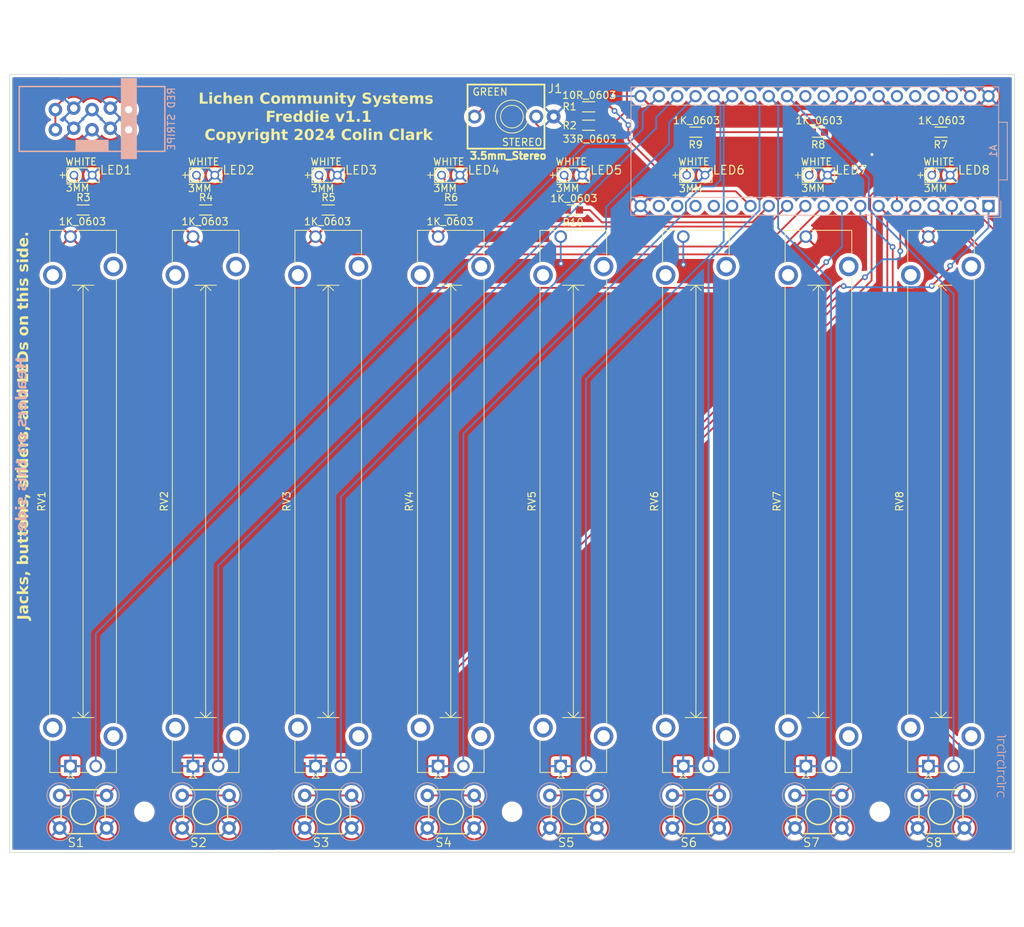
<source format=kicad_pcb>
(kicad_pcb (version 20221018) (generator pcbnew)
  (title_block (title "Lichen Freddie") (date "2024-02-07") (rev "1.0") (company "Lichen Community Systems"))
  (layers (0 "F.Cu" signal) (31 "B.Cu" signal) (34 "B.Paste" user) (35 "F.Paste" user) (36 "B.SilkS" user "B.Silkscreen") (37 "F.SilkS" user "F.Silkscreen") (38 "B.Mask" user) (39 "F.Mask" user) (44 "Edge.Cuts" user))
  (net 0 "")
  (net 1 "BUTTON_GPIO_1")
  (net 2 "BUTTON_GPIO_2")
  (net 3 "BUTTON_GPIO_3")
  (net 4 "BUTTON_GPIO_4")
  (net 5 "BUTTON_GPIO_5")
  (net 6 "BUTTON_GPIO_6")
  (net 7 "BUTTON_GPIO_7")
  (net 8 "BUTTON_GPIO_8")
  (net 9 "LED_GPIO_1")
  (net 10 "LED_GPIO_2")
  (net 11 "LED_GPIO_3")
  (net 12 "LED_GPIO_4")
  (net 13 "LED_GPIO_5")
  (net 14 "USART_TX")
  (net 20 "GND")
  (net 21 "+3.3VA")
  (net 22 "Net-(A1-ADC_0)")
  (net 23 "Net-(A1-ADC_1)")
  (net 24 "Net-(A1-ADC_2)")
  (net 25 "Net-(A1-ADC_3)")
  (net 26 "Net-(A1-ADC_4)")
  (net 27 "Net-(A1-ADC_5)")
  (net 28 "Net-(A1-ADC_6)")
  (net 29 "Net-(A1-DAC_OUT2)")
  (net 32 "LED_GPIO_6")
  (net 33 "LED_GPIO_7")
  (net 34 "LED_GPIO_8")
  (net 38 "Net-(A1-3V3_D)")
  (net 39 "+12V")
  (net 40 "Net-(J1-SIG)")
  (net 41 "Net-(J1-SW)")
  (net 42 "unconnected-(J2--12V-Pad1)")
  (net 43 "Net-(LED1-PadA)")
  (net 44 "Net-(LED2-PadA)")
  (net 45 "Net-(LED3-PadA)")
  (net 46 "Net-(LED4-PadA)")
  (net 47 "Net-(LED5-PadA)")
  (net 48 "Net-(LED6-PadA)")
  (net 49 "Net-(LED7-PadA)")
  (net 50 "Net-(LED8-PadA)")
  (footprint "PCM_4ms_Resistor:R_0603" (layer "F.Cu") (at 181.57 117.3)
    (fp_text reference "R2")
    (fp_text value "33R_0603")
  )
  (footprint "MountingHole:MountingHole_2.2mm_M2" (layer "F.Cu") (at 170.95 212.577)
    (fp_text reference "MH2" hide)
    (fp_text value "MountingHole_2.2mm_M2" hide)
  )
  (footprint "lichen-faderbank:Potentiometer_Bourns_PTA6043_Single_Slide_Centered" (layer "F.Cu") (at 179.45 169.508 90)
    (fp_text reference "RV5")
    (fp_text value "R_Potentiometer")
  )
  (footprint "lichen-faderbank:Potentiometer_Bourns_PTA6043_Single_Slide_Centered" (layer "F.Cu") (at 196.45 169.508 90)
    (fp_text reference "RV6")
    (fp_text value "R_Potentiometer")
  )
  (footprint "ES_Daisy_Patch_SM_FB_Rev1:LED" (layer "F.Cu") (at 128.45 124.234)
    (fp_text reference "LED2")
    (fp_text value "LED" hide)
  )
  (footprint "ES_Daisy_Patch_SM_FB_Rev1:TL1105SPF250Q_SILK" (layer "F.Cu") (at 162.45 212.577)
    (fp_text reference "S4")
    (fp_text value "TAC_SWITCH_PTH" hide)
  )
  (footprint "ES_Daisy_Patch_SM_FB_Rev1:TL1105SPF250Q_SILK" (layer "F.Cu") (at 213.45 212.577)
    (fp_text reference "S7")
    (fp_text value "TAC_SWITCH_PTH" hide)
  )
  (footprint "lichen-faderbank:Potentiometer_Bourns_PTA6043_Single_Slide_Centered" (layer "F.Cu") (at 128.45 169.508 90)
    (fp_text reference "RV2")
    (fp_text value "R_Potentiometer")
  )
  (footprint "lichen-faderbank:Potentiometer_Bourns_PTA6043_Single_Slide_Centered" (layer "F.Cu") (at 145.45 169.508 90)
    (fp_text reference "RV3")
    (fp_text value "R_Potentiometer")
  )
  (footprint "ES_Daisy_Patch_SM_FB_Rev1:TL1105SPF250Q_SILK" (layer "F.Cu") (at 111.45 212.577)
    (fp_text reference "S1")
    (fp_text value "TAC_SWITCH_PTH" hide)
  )
  (footprint "ES_Daisy_Patch_SM_FB_Rev1:TL1105SPF250Q_SILK" (layer "F.Cu") (at 179.45 212.577)
    (fp_text reference "S5")
    (fp_text value "TAC_SWITCH_PTH" hide)
  )
  (footprint "PCM_4ms_Resistor:R_0603" (layer "F.Cu") (at 213.45 118.267)
    (fp_text reference "R8")
    (fp_text value "1K_0603")
  )
  (footprint "lichen-faderbank:Potentiometer_Bourns_PTA6043_Single_Slide_Centered" (layer "F.Cu") (at 230.45 169.508 90)
    (fp_text reference "RV8")
    (fp_text value "R_Potentiometer")
  )
  (footprint "PCM_4ms_Resistor:R_0603" (layer "F.Cu") (at 179.45 129.069)
    (fp_text reference "R10")
    (fp_text value "1K_0603")
  )
  (footprint "ES_Daisy_Patch_SM_FB_Rev1:LED" (layer "F.Cu") (at 230.45 124.234)
    (fp_text reference "LED8")
    (fp_text value "LED" hide)
  )
  (footprint "ES_Daisy_Patch_SM_FB_Rev1:LED" (layer "F.Cu") (at 196.45 124.234)
    (fp_text reference "LED6")
    (fp_text value "LED" hide)
  )
  (footprint "MountingHole:MountingHole_2.2mm_M2" (layer "F.Cu") (at 221.95 212.577)
    (fp_text reference "MH3" hide)
    (fp_text value "MountingHole_2.2mm_M2" hide)
  )
  (footprint "ES_Daisy_Patch_SM_FB_Rev1:TL1105SPF250Q_SILK" (layer "F.Cu") (at 196.45 212.577)
    (fp_text reference "S6")
    (fp_text value "TAC_SWITCH_PTH" hide)
  )
  (footprint "ES_Daisy_Patch_SM_FB_Rev1:TL1105SPF250Q_SILK" (layer "F.Cu") (at 145.45 212.577)
    (fp_text reference "S3")
    (fp_text value "TAC_SWITCH_PTH" hide)
  )
  (footprint "lichen-faderbank:Potentiometer_Bourns_PTA6043_Single_Slide_Centered" (layer "F.Cu") (at 111.45 169.508 90)
    (fp_text reference "RV1")
    (fp_text value "R_Potentiometer")
  )
  (footprint "ES_Daisy_Patch_SM_FB_Rev1:LED" (layer "F.Cu") (at 111.45 124.234)
    (fp_text reference "LED1")
    (fp_text value "LED" hide)
  )
  (footprint "ES_Daisy_Patch_SM_FB_Rev1:LED" (layer "F.Cu") (at 162.45 124.234)
    (fp_text reference "LED4")
    (fp_text value "LED" hide)
  )
  (footprint "PCM_4ms_Resistor:R_0603" (layer "F.Cu") (at 196.45 118.267)
    (fp_text reference "R9")
    (fp_text value "1K_0603")
  )
  (footprint "PCM_4ms_Resistor:R_0603" (layer "F.Cu") (at 230.45 118.267)
    (fp_text reference "R7")
    (fp_text value "1K_0603")
  )
  (footprint "ES_Daisy_Patch_SM_FB_Rev1:LED" (layer "F.Cu") (at 213.45 124.234)
    (fp_text reference "LED7")
    (fp_text value "LED" hide)
  )
  (footprint "PCM_4ms_Jack:EighthInch_Stereo_PJ366ST" (layer "F.Cu") (at 170.95 116.108)
    (fp_text reference "J1")
    (fp_text value "3.5mm_Stereo")
  )
  (footprint "lichen-faderbank:Potentiometer_Bourns_PTA6043_Single_Slide_Centered" (layer "F.Cu") (at 162.45 169.508 90)
    (fp_text reference "RV4")
    (fp_text value "R_Potentiometer")
  )
  (footprint "PCM_4ms_Resistor:R_0603" (layer "F.Cu") (at 162.45 129.069 180)
    (fp_text reference "R6")
    (fp_text value "1K_0603")
  )
  (footprint "PCM_4ms_Resistor:R_0603" (layer "F.Cu") (at 111.45 129.069 180)
    (fp_text reference "R3")
    (fp_text value "1K_0603")
  )
  (footprint "ES_Daisy_Patch_SM_FB_Rev1:LED" (layer "F.Cu") (at 145.45 124.234)
    (fp_text reference "LED3")
    (fp_text value "LED" hide)
  )
  (footprint "PCM_4ms_Resistor:R_0603" (layer "F.Cu") (at 181.57 114.75)
    (fp_text reference "R1")
    (fp_text value "10R_0603")
  )
  (footprint "lichen-faderbank:Potentiometer_Bourns_PTA6043_Single_Slide_Centered" (layer "F.Cu") (at 213.45 169.508 90)
    (fp_text reference "RV7")
    (fp_text value "R_Potentiometer")
  )
  (footprint "ES_Daisy_Patch_SM_FB_Rev1:TL1105SPF250Q_SILK" (layer "F.Cu") (at 230.45 212.577)
    (fp_text reference "S8")
    (fp_text value "TAC_SWITCH_PTH" hide)
  )
  (footprint "PCM_4ms_Resistor:R_0603" (layer "F.Cu") (at 128.45 129.069 180)
    (fp_text reference "R4")
    (fp_text value "1K_0603")
  )
  (footprint "ES_Daisy_Patch_SM_FB_Rev1:LED" (layer "F.Cu") (at 179.45 124.234)
    (fp_text reference "LED5")
    (fp_text value "LED" hide)
  )
  (footprint "PCM_4ms_Resistor:R_0603" (layer "F.Cu") (at 145.45 129.069 180)
    (fp_text reference "R5")
    (fp_text value "1K_0603")
  )
  (footprint "ES_Daisy_Patch_SM_FB_Rev1:TL1105SPF250Q_SILK" (layer "F.Cu") (at 128.45 212.577)
    (fp_text reference "S2")
    (fp_text value "TAC_SWITCH_PTH" hide)
  )
  (footprint "MountingHole:MountingHole_2.2mm_M2" (layer "F.Cu") (at 119.95 212.577)
    (fp_text reference "MH1" hide)
    (fp_text value "MountingHole_2.2mm_M2" hide)
  )
  (footprint "Module:Electrosmith_Daisy_Seed" (layer "B.Cu") (at 237.04 128.51 90)
    (fp_text reference "A1")
    (fp_text value "Electrosmith_Daisy_Seed_Rev4")
  )
  (footprint "winterbloom:Eurorack_Power_2x5_Shrouded_Lock" (layer "B.Cu") (at 117.77 117.8284 180)
    (fp_text reference "J2" hide)
    (fp_text value "Eurorack_Power" hide)
  )
  (gr_rect (start 101.25 110.25) (end 240.65 218.25) (stroke (width 0.1)) (fill none) (layer "Edge.Cuts"))
  (gr_text "JLCJLCJLCJLC" (at 239.39 201.97 90) (layer "B.SilkS") (effects (font (size 1 1)) (justify left bottom mirror)))
  (gr_text "Headers on this side." (at 103.84 149.43 90) (layer "B.SilkS") (effects (font (size 1.5 1.5) (thickness 0.2) bold) (justify left bottom mirror)))
  (gr_text "Jacks, buttons, sliders, and LEDs on this side." (at 104.08 185.98 90) (layer "F.SilkS") (effects (font (size 1.5 1.5) (thickness 0.3) bold) (justify left bottom)))
  (gr_text "Lichen Community Systems \nFreddie v1.1\nCopyright 2024 Colin Clark" (at 144.12 119.61) (layer "F.SilkS") (effects (font (size 1.5 1.5) (thickness 0.375) bold) (justify bottom)))
  (segment (start 216.38 139.63) (end 216.93 139.63) (width 0.25) (layer "F.Cu") (net 1))
  (segment (start 150.952 205.058) (end 216.38 139.63) (width 0.25) (layer "F.Cu") (net 1))
  (segment (start 114.7012 210.3164) (end 108.1988 210.3164) (width 0.25) (layer "F.Cu") (net 1))
  (segment (start 231.72 137.06) (end 231.72 136.83) (width 0.25) (layer "F.Cu") (net 1))
  (segment (start 119.9596 205.058) (end 150.952 205.058) (width 0.25) (layer "F.Cu") (net 1))
  (segment (start 114.7012 210.3164) (end 119.9596 205.058) (width 0.25) (layer "F.Cu") (net 1))
  (segment (start 229.16 139.62) (end 231.72 137.06) (width 0.25) (layer "F.Cu") (net 1))
  (via (at 229.16 139.62) (size 0.8) (drill 0.4) (layers "F.Cu" "B.Cu") (net 1))
  (via (at 231.72 136.83) (size 0.8) (drill 0.4) (layers "F.Cu" "B.Cu") (net 1))
  (via (at 216.93 139.63) (size 0.8) (drill 0.4) (layers "F.Cu" "B.Cu") (net 1))
  (segment (start 217.083 139.783) (end 228.997 139.783) (width 0.25) (layer "B.Cu") (net 1))
  (segment (start 228.997 139.783) (end 229.16 139.62) (width 0.25) (layer "B.Cu") (net 1))
  (segment (start 216.93 139.63) (end 217.083 139.783) (width 0.25) (layer "B.Cu") (net 1))
  (segment (start 237.04 131.51) (end 237.04 128.51) (width 0.25) (layer "B.Cu") (net 1))
  (segment (start 231.72 136.83) (end 237.04 131.51) (width 0.25) (layer "B.Cu") (net 1))
  (segment (start 239.18 133.19) (end 234.5 128.51) (width 0.25) (layer "F.Cu") (net 2))
  (segment (start 138.9848 217.6) (end 236.69 217.6) (width 0.25) (layer "F.Cu") (net 2))
  (segment (start 236.69 217.6) (end 239.18 215.11) (width 0.25) (layer "F.Cu") (net 2))
  (segment (start 131.7012 210.3164) (end 138.9848 217.6) (width 0.25) (layer "F.Cu") (net 2))
  (segment (start 239.18 215.11) (end 239.18 133.19) (width 0.25) (layer "F.Cu") (net 2))
  (segment (start 131.7012 210.3164) (end 125.1988 210.3164) (width 0.25) (layer "F.Cu") (net 2))
  (segment (start 148.7012 210.3164) (end 142.1988 210.3164) (width 0.25) (layer "F.Cu") (net 3))
  (segment (start 236.43 217.15) (end 238.66 214.92) (width 0.25) (layer "F.Cu") (net 3))
  (segment (start 155.5348 217.15) (end 236.43 217.15) (width 0.25) (layer "F.Cu") (net 3))
  (segment (start 231.96 130.39) (end 231.96 128.51) (width 0.25) (layer "F.Cu") (net 3))
  (segment (start 148.7012 210.3164) (end 155.5348 217.15) (width 0.25) (layer "F.Cu") (net 3))
  (segment (start 238.66 137.09) (end 231.96 130.39) (width 0.25) (layer "F.Cu") (net 3))
  (segment (start 238.66 214.92) (end 238.66 137.09) (width 0.25) (layer "F.Cu") (net 3))
  (segment (start 236.1 216.7) (end 238.19 214.61) (width 0.25) (layer "F.Cu") (net 4))
  (segment (start 165.7012 210.3164) (end 159.1988 210.3164) (width 0.25) (layer "F.Cu") (net 4))
  (segment (start 238.19 214.61) (end 238.19 137.28) (width 0.25) (layer "F.Cu") (net 4))
  (segment (start 172.0848 216.7) (end 236.1 216.7) (width 0.25) (layer "F.Cu") (net 4))
  (segment (start 238.19 137.28) (end 229.42 128.51) (width 0.25) (layer "F.Cu") (net 4))
  (segment (start 165.7012 210.3164) (end 172.0848 216.7) (width 0.25) (layer "F.Cu") (net 4))
  (segment (start 182.7012 210.3164) (end 176.1988 210.3164) (width 0.25) (layer "F.Cu") (net 5))
  (segment (start 187.36 205.6576) (end 187.36 170.78) (width 0.25) (layer "F.Cu") (net 5))
  (segment (start 219.59 138.55) (end 219.7505 138.55) (width 0.25) (layer "F.Cu") (net 5))
  (segment (start 219.7505 138.55) (end 219.9005 138.4) (width 0.25) (layer "F.Cu") (net 5))
  (segment (start 224.8 130.59) (end 226.88 128.51) (width 0.25) (layer "F.Cu") (net 5))
  (segment (start 187.36 170.78) (end 219.59 138.55) (width 0.25) (layer "F.Cu") (net 5))
  (segment (start 224.8 134.78) (end 224.8 130.59) (width 0.25) (layer "F.Cu") (net 5))
  (segment (start 182.7012 210.3164) (end 187.36 205.6576) (width 0.25) (layer "F.Cu") (net 5))
  (via (at 219.9005 138.4) (size 0.8) (drill 0.4) (layers "F.Cu" "B.Cu") (net 5))
  (via (at 224.8 134.78) (size 0.8) (drill 0.4) (layers "F.Cu" "B.Cu") (net 5))
  (segment (start 224.76 134.82) (end 224.8 134.78) (width 0.25) (layer "B.Cu") (net 5))
  (segment (start 222.4005 135.9) (end 224.76 135.9) (width 0.25) (layer "B.Cu") (net 5))
  (segment (start 224.76 135.9) (end 224.76 134.82) (width 0.25) (layer "B.Cu") (net 5))
  (segment (start 219.9005 138.4) (end 222.4005 135.9) (width 0.25) (layer "B.Cu") (net 5))
  (segment (start 220.625 128.995054) (end 220.625 127.135) (width 0.25) (layer "F.Cu") (net 6))
  (segment (start 198.975 203.375) (end 198.975 160.695) (width 0.25) (layer "F.Cu") (net 6))
  (segment (start 199.7012 210.3164) (end 199.7012 204.1012) (width 0.25) (layer "F.Cu") (net 6))
  (segment (start 220.625 127.135) (end 221.46 126.3) (width 0.25) (layer "F.Cu") (net 6))
  (segment (start 220.82 129.190054) (end 220.625 128.995054) (width 0.25) (layer "F.Cu") (net 6))
  (segment (start 199.7012 210.3164) (end 193.1988 210.3164) (width 0.25) (layer "F.Cu") (net 6))
  (segment (start 199.7012 204.1012) (end 198.975 203.375) (width 0.25) (layer "F.Cu") (net 6))
  (segment (start 221.46 126.3) (end 223.45 126.3) (width 0.25) (layer "F.Cu") (net 6))
  (segment (start 198.975 160.695) (end 220.82 138.85) (width 0.25) (layer "F.Cu") (net 6))
  (segment (start 224.34 127.19) (end 224.34 128.51) (width 0.25) (layer "F.Cu") (net 6))
  (segment (start 220.82 138.85) (end 220.82 129.190054) (width 0.25) (layer "F.Cu") (net 6))
  (segment (start 223.45 126.3) (end 224.34 127.19) (width 0.25) (layer "F.Cu") (net 6))
  (segment (start 216.7012 210.3164) (end 223.005 204.0126) (width 0.25) (layer "F.Cu") (net 7))
  (segment (start 223.005 129.715) (end 221.8 128.51) (width 0.25) (layer "F.Cu") (net 7))
  (segment (start 223.005 204.0126) (end 223.005 129.715) (width 0.25) (layer "F.Cu") (net 7))
  (segment (start 216.7012 210.3164) (end 210.1988 210.3164) (width 0.25) (layer "F.Cu") (net 7))
  (segment (start 233.7012 210.3164) (end 227.1988 210.3164) (width 0.25) (layer "F.Cu") (net 8))
  (segment (start 233.7012 204.0512) (end 223.75 194.1) (width 0.25) (layer "F.Cu") (net 8))
  (segment (start 223.73 134.23) (end 223.73 134.2) (width 0.25) (layer "F.Cu") (net 8))
  (segment (start 233.7012 210.3164) (end 233.7012 204.0512) (width 0.25) (layer "F.Cu") (net 8))
  (segment (start 223.73 134.2) (end 223.7 134.2) (width 0.25) (layer "F.Cu") (net 8))
  (segment (start 223.75 134.25) (end 223.73 134.23) (width 0.25) (layer "F.Cu") (net 8))
  (segment (start 223.75 194.1) (end 223.75 134.25) (width 0.25) (layer "F.Cu") (net 8))
  (via (at 223.73 134.2) (size 0.8) (drill 0.4) (layers "F.Cu" "B.Cu") (net 8))
  (segment (start 223.7 134.2) (end 219.26 129.76) (width 0.25) (layer "B.Cu") (net 8))
  (segment (start 219.26 129.76) (end 219.26 128.51) (width 0.25) (layer "B.Cu") (net 8))
  (segment (start 211.015219 139.874781) (end 214.53 136.36) (width 0.25) (layer "F.Cu") (net 9))
  (segment (start 214.53 136.31) (end 214.58 136.31) (width 0.25) (layer "F.Cu") (net 9))
  (segment (start 125.239 129.069) (end 131.05 134.88) (width 0.25) (layer "F.Cu") (net 9))
  (segment (start 133.5 134.88) (end 138.494781 139.874781) (width 0.25) (layer "F.Cu") (net 9))
  (segment (start 214.53 136.36) (end 214.53 136.31) (width 0.25) (layer "F.Cu") (net 9))
  (segment (start 131.05 134.88) (end 133.5 134.88) (width 0.25) (layer "F.Cu") (net 9))
  (segment (start 138.494781 139.874781) (end 211.015219 139.874781) (width 0.25) (layer "F.Cu") (net 9))
  (segment (start 112.3 129.069) (end 125.239 129.069) (width 0.25) (layer "F.Cu") (net 9))
  (via (at 214.53 136.31) (size 0.8) (drill 0.4) (layers "F.Cu" "B.Cu") (net 9))
  (segment (start 216.72 134.17) (end 216.72 128.51) (width 0.25) (layer "B.Cu") (net 9))
  (segment (start 214.58 136.31) (end 216.72 134.17) (width 0.25) (layer "B.Cu") (net 9))
  (segment (start 135.464 135.233) (end 207.457 135.233) (width 0.25) (layer "F.Cu") (net 10))
  (segment (start 129.3 129.069) (end 135.464 135.233) (width 0.25) (layer "F.Cu") (net 10))
  (segment (start 207.457 135.233) (end 214.18 128.51) (width 0.25) (layer "F.Cu") (net 10))
  (segment (start 146.3 129.069) (end 151.371 134.14) (width 0.25) (layer "F.Cu") (net 11))
  (segment (start 151.371 134.14) (end 206.01 134.14) (width 0.25) (layer "F.Cu") (net 11))
  (segment (start 206.01 134.14) (end 211.64 128.51) (width 0.25) (layer "F.Cu") (net 11))
  (segment (start 165.601 131.37) (end 206.24 131.37) (width 0.25) (layer "F.Cu") (net 12))
  (segment (start 206.24 131.37) (end 209.1 128.51) (width 0.25) (layer "F.Cu") (net 12))
  (segment (start 163.3 129.069) (end 165.601 131.37) (width 0.25) (layer "F.Cu") (net 12))
  (segment (start 183.43 130.78) (end 204.29 130.78) (width 0.25) (layer "F.Cu") (net 13))
  (segment (start 204.29 130.78) (end 206.56 128.51) (width 0.25) (layer "F.Cu") (net 13))
  (segment (start 181.719 129.069) (end 183.43 130.78) (width 0.25) (layer "F.Cu") (net 13))
  (segment (start 180.3 129.069) (end 181.719 129.069) (width 0.25) (layer "F.Cu") (net 13))
  (segment (start 187.08 117.28) (end 187.08 119.33) (width 0.25) (layer "F.Cu") (net 14))
  (segment (start 194.22 126.47) (end 201.98 126.47) (width 0.25) (layer "F.Cu") (net 14))
  (segment (start 201.98 126.47) (end 204.02 128.51) (width 0.25) (layer "F.Cu") (net 14))
  (segment (start 182.42 114.75) (end 184.6 114.75) (width 0.25) (layer "F.Cu") (net 14))
  (segment (start 184.6 114.75) (end 185.16 115.31) (width 0.25) (layer "F.Cu") (net 14))
  (segment (start 187.08 119.33) (end 194.22 126.47) (width 0.25) (layer "F.Cu") (net 14))
  (via (at 187.08 117.28) (size 0.8) (drill 0.4) (layers "F.Cu" "B.Cu") (net 14))
  (via (at 185.16 115.31) (size 0.8) (drill 0.4) (layers "F.Cu" "B.Cu") (net 14))
  (segment (start 185.16 115.31) (end 187.08 117.23) (width 0.25) (layer "B.Cu") (net 14))
  (segment (start 187.08 117.23) (end 187.08 117.28) (width 0.25) (layer "B.Cu") (net 14))
  (segment (start 203.68 128.51) (end 204.02 128.51) (width 0.25) (layer "B.Cu") (net 14))
  (segment (start 218.006 124.234) (end 220.87 121.37) (width 0.25) (layer "F.Cu") (net 20))
  (segment (start 214.72 124.234) (end 218.006 124.234) (width 0.25) (layer "F.Cu") (net 20))
  (via (at 220.87 121.37) (size 0.8) (drill 0.4) (layers "F.Cu" "B.Cu") (net 20))
  (segment (start 194.7 203.9) (end 194.69 203.89) (width 0.25) (layer "F.Cu") (net 21))
  (via (at 184.91 113.25) (size 0.8) (drill 0.4) (layers "F.Cu" "B.Cu") (net 21))
  (via (at 194.72 136.64) (size 0.8) (drill 0.4) (layers "F.Cu" "B.Cu") (net 21))
  (via (at 177.74 136.51) (size 0.8) (drill 0.4) (layers "F.Cu" "B.Cu") (net 21))
  (segment (start 194.7 136.62) (end 194.72 136.64) (width 0.25) (layer "B.Cu") (net 21))
  (segment (start 184.93 113.27) (end 184.91 113.25) (width 0.25) (layer "B.Cu") (net 21))
  (segment (start 188.78 113.27) (end 184.93 113.27) (width 0.25) (layer "B.Cu") (net 21))
  (segment (start 177.7 136.47) (end 177.74 136.51) (width 0.25) (layer "B.Cu") (net 21))
  (segment (start 177.7 132.758) (end 177.7 136.47) (width 0.25) (layer "B.Cu") (net 21))
  (segment (start 194.7 132.758) (end 194.7 136.62) (width 0.25) (layer "B.Cu") (net 21))
  (segment (start 113.2 206.258) (end 113.2 187.87) (width 0.25) (layer "B.Cu") (net 22))
  (segment (start 189.07 116.57) (end 189.07 115.52) (width 0.25) (layer "B.Cu") (net 22))
  (segment (start 189.07 115.52) (end 191.32 113.27) (width 0.25) (layer "B.Cu") (net 22))
  (segment (start 181.21 119.86) (end 187.06 119.86) (width 0.25) (layer "B.Cu") (net 22))
  (segment (start 187.06 119.86) (end 189.07 117.85) (width 0.25) (layer "B.Cu") (net 22))
  (segment (start 189.07 117.85) (end 189.07 116.57) (width 0.25) (layer "B.Cu") (net 22))
  (segment (start 113.2 187.87) (end 181.21 119.86) (width 0.25) (layer "B.Cu") (net 22))
  (segment (start 190.94 116.19) (end 193.86 113.27) (width 0.25) (layer "B.Cu") (net 23))
  (segment (start 130.2 178.44) (end 190.93 117.71) (width 0.25) (layer "B.Cu") (net 23))
  (segment (start 190.94 117.71) (end 190.94 116.19) (width 0.25) (layer "B.Cu") (net 23))
  (segment (start 130.2 206.258) (end 130.2 178.44) (width 0.25) (layer "B.Cu") (net 23))
  (segment (start 190.93 117.71) (end 190.94 117.71) (width 0.25) (layer "B.Cu") (net 23))
  (segment (start 147.2 206.258) (end 147.2 168.885) (width 0.25) (layer "B.Cu") (net 24))
  (segment (start 183.99 128.67) (end 192.73 119.93) (width 0.25) (layer "B.Cu") (net 24))
  (segment (start 147.2 168.885) (end 183.99 132.095) (width 0.25) (layer "B.Cu") (net 24))
  (segment (start 183.99 132.095) (end 183.99 128.67) (width 0.25) (layer "B.Cu") (net 24))
  (segment (start 192.73 116.94) (end 196.4 113.27) (width 0.25) (layer "B.Cu") (net 24))
  (segment (start 192.73 119.93) (end 192.73 116.94) (width 0.25) (layer "B.Cu") (net 24))
  (segment (start 195.06 129.25) (end 195.06 128.02) (width 0.25) (layer "B.Cu") (net 25))
  (segment (start 198.97 125.8) (end 199.855 124.915) (width 0.25) (layer "B.Cu") (net 25))
  (segment (start 199.855 124.915) (end 199.855 114.185) (width 0.25) (layer "B.Cu") (net 25))
  (segment (start 199.855 114.185) (end 198.94 113.27) (width 0.25) (layer "B.Cu") (net 25))
  (segment (start 164.2 160.11) (end 195.06 129.25) (width 0.25) (layer "B.Cu") (net 25))
  (segment (start 164.2 206.258) (end 164.2 160.11) (width 0.25) (layer "B.Cu") (net 25))
  (segment (start 195.06 128.02) (end 197.28 125.8) (width 0.25) (layer "B.Cu") (net 25))
  (segment (start 197.28 125.8) (end 198.97 125.8) (width 0.25) (layer "B.Cu") (net 25))
  (segment (start 200.305 133.438658) (end 200.305 114.445) (width 0.25) (layer "B.Cu") (net 26))
  (segment (start 181.2 152.543658) (end 200.305 133.438658) (width 0.25) (layer "B.Cu") (net 26))
  (segment (start 181.2 206.258) (end 181.2 152.543658) (width 0.25) (layer "B.Cu") (net 26))
  (segment (start 200.305 114.445) (end 201.48 113.27) (width 0.25) (layer "B.Cu") (net 26))
  (segment (start 205.28 114.53) (end 204.02 113.27) (width 0.25) (layer "B.Cu") (net 27))
  (segment (start 198.2 136.180054) (end 205.28 129.100054) (width 0.25) (layer "B.Cu") (net 27))
  (segment (start 205.28 129.100054) (end 205.28 114.53) (width 0.25) (layer "B.Cu") (net 27))
  (segment (start 198.2 206.258) (end 198.2 136.180054) (width 0.25) (layer "B.Cu") (net 27))
  (segment (start 215.2 138.91) (end 207.86 131.57) (width 0.25) (layer "B.Cu") (net 28))
  (segment (start 207.86 114.57) (end 206.56 113.27) (width 0.25) (layer "B.Cu") (net 28))
  (segment (start 215.2 206.258) (end 215.2 138.91) (width 0.25) (layer "B.Cu") (net 28))
  (segment (start 207.86 131.57) (end 207.86 114.57) (width 0.25) (layer "B.Cu") (net 28))
  (segment (start 220.435 128.965) (end 220.435 124.605) (width 0.25) (layer "B.Cu") (net 29))
  (segment (start 232.2 140.73) (end 220.435 128.965) (width 0.25) (layer "B.Cu") (net 29))
  (segment (start 220.435 124.605) (end 209.1 113.27) (width 0.25) (layer "B.Cu") (net 29))
  (segment (start 232.2 206.258) (end 232.2 140.73) (width 0.25) (layer "B.Cu") (net 29))
  (segment (start 197.3 118.267) (end 208.803 118.267) (width 0.25) (layer "F.Cu") (net 32))
  (segment (start 211.25 115.82) (end 214.17 115.82) (width 0.25) (layer "F.Cu") (net 32))
  (segment (start 214.17 115.82) (end 216.72 113.27) (width 0.25) (layer "F.Cu") (net 32))
  (segment (start 208.803 118.267) (end 211.25 115.82) (width 0.25) (layer "F.Cu") (net 32))
  (segment (start 214.3 118.267) (end 214.3 118.23) (width 0.25) (layer "F.Cu") (net 33))
  (segment (start 214.3 118.23) (end 219.26 113.27) (width 0.25) (layer "F.Cu") (net 33))
  (segment (start 231.3 117.18) (end 230.44 116.32) (width 0.25) (layer "F.Cu") (net 34))
  (segment (start 224.85 116.32) (end 221.8 113.27) (width 0.25) (layer "F.Cu") (net 34))
  (segment (start 231.3 118.267) (end 231.3 117.18) (width 0.25) (layer "F.Cu") (net 34))
  (segment (start 230.44 116.32) (end 224.85 116.32) (width 0.25) (layer "F.Cu") (net 34))
  (segment (start 186.92 111.41) (end 230.1 111.41) (width 0.25) (layer "F.Cu") (net 38))
  (segment (start 182.42 117.3) (end 184.8 117.3) (width 0.25) (layer "F.Cu") (net 38))
  (segment (start 186.89 111.44) (end 186.92 111.41) (width 0.25) (layer "F.Cu") (net 38))
  (segment (start 230.1 111.41) (end 231.96 113.27) (width 0.25) (layer "F.Cu") (net 38))
  (segment (start 184.8 117.3) (end 186.89 115.21) (width 0.25) (layer "F.Cu") (net 38))
  (segment (start 186.89 115.21) (end 186.89 111.44) (width 0.25) (layer "F.Cu") (net 38))
  (segment (start 107.61 114.766) (end 108.66 113.716) (width 0.25) (layer "F.Cu") (net 39))
  (segment (start 108.66 113.716) (end 108.66 111.01) (width 0.25) (layer "F.Cu") (net 39))
  (segment (start 108.66 111.01) (end 108.71 110.96) (width 0.25) (layer "F.Cu") (net 39))
  (segment (start 107.61 114.766) (end 107.61 117.56) (width 0.25) (layer "F.Cu") (net 39))
  (segment (start 232.19 110.96) (end 234.5 113.27) (width 0.25) (layer "F.Cu") (net 39))
  (segment (start 108.71 110.96) (end 232.19 110.96) (width 0.25) (layer "F.Cu") (net 39))
  (segment (start 179.04 113.97) (end 167.881 113.97) (width 0.25) (layer "F.Cu") (net 40))
  (segment (start 167.881 113.97) (end 165.743 116.108) (width 0.25) (layer "F.Cu") (net 40))
  (segment (start 180.72 114.75) (end 179.82 114.75) (width 0.25) (layer "F.Cu") (net 40))
  (segment (start 179.82 114.75) (end 179.04 113.97) (width 0.25) (layer "F.Cu") (net 40))
  (segment (start 179.79 118.23) (end 175.4 118.23) (width 0.25) (layer "F.Cu") (net 41))
  (segment (start 174.3028 117.1328) (end 174.3028 116.108) (width 0.25) (layer "F.Cu") (net 41))
  (segment (start 175.4 118.23) (end 174.3028 117.1328) (width 0.25) (layer "F.Cu") (net 41))
  (segment (start 180.72 117.3) (end 179.79 118.23) (width 0.25) (layer "F.Cu") (net 41))
  (segment (start 117.77 114.766) (end 117.77 117.56) (width 0.25) (layer "F.Cu") (net 42))
  (segment (start 110.6 129.069) (end 110.6 124.654) (width 0.25) (layer "F.Cu") (net 43))
  (segment (start 110.6 124.654) (end 110.18 124.234) (width 0.25) (layer "F.Cu") (net 43))
  (segment (start 127.6 124.654) (end 127.18 124.234) (width 0.25) (layer "F.Cu") (net 44))
  (segment (start 127.6 129.069) (end 127.6 124.654) (width 0.25) (layer "F.Cu") (net 44))
  (segment (start 144.6 124.654) (end 144.18 124.234) (width 0.25) (layer "F.Cu") (net 45))
  (segment (start 144.6 129.069) (end 144.6 124.654) (width 0.25) (layer "F.Cu") (net 45))
  (segment (start 161.6 129.069) (end 161.6 124.654) (width 0.25) (layer "F.Cu") (net 46))
  (segment (start 161.6 124.654) (end 161.18 124.234) (width 0.25) (layer "F.Cu") (net 46))
  (segment (start 178.6 124.654) (end 178.18 124.234) (width 0.25) (layer "F.Cu") (net 47))
  (segment (start 178.6 129.069) (end 178.6 124.654) (width 0.25) (layer "F.Cu") (net 47))
  (segment (start 195.18 118.687) (end 195.6 118.267) (width 0.25) (layer "F.Cu") (net 48))
  (segment (start 195.18 124.234) (end 195.18 118.687) (width 0.25) (layer "F.Cu") (net 48))
  (segment (start 212.6 118.267) (end 212.6 123.814) (width 0.25) (layer "F.Cu") (net 49))
  (segment (start 212.6 123.814) (end 212.18 124.234) (width 0.25) (layer "F.Cu") (net 49))
  (segment (start 229.6 118.267) (end 229.6 123.814) (width 0.25) (layer "F.Cu") (net 50))
  (segment (start 229.6 123.814) (end 229.18 124.234) (width 0.25) (layer "F.Cu") (net 50))
  (zone (net 21) (net_name "+3.3VA") (layer "F.Cu") (name "POWER") (connect_pads (clearance 0.5)) (min_thickness 0.25) (fill yes (thermal_gap 0.75) (thermal_bridge_width 0.3))
    (polygon (pts (xy 99.99 228.5) (xy 241.89 228.5) (xy 241.89 100.01) (xy 241.88 100) (xy 100.01 100) (xy 99.99 100.02)))
  )
  (zone (net 20) (net_name "GND") (layer "B.Cu") (name "GROUND") (priority 1) (connect_pads (clearance 0.5)) (min_thickness 0.25) (fill yes (thermal_gap 0.75) (thermal_bridge_width 0.3))
    (polygon (pts (xy 100.01 100.01) (xy 100.01 228.5) (xy 241.88 228.5) (xy 241.89 228.49) (xy 241.89 100.02) (xy 241.88 100.01)))
  )
)
</source>
